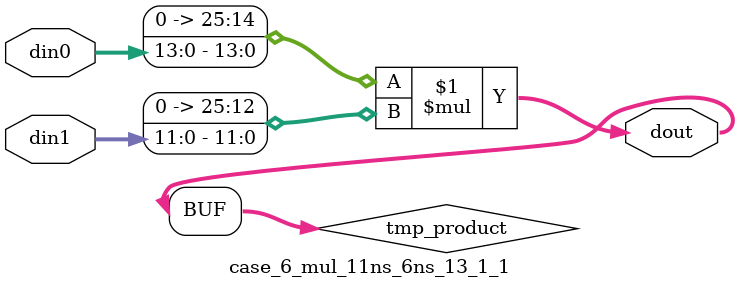
<source format=v>

`timescale 1 ns / 1 ps

 (* use_dsp = "no" *)  module case_6_mul_11ns_6ns_13_1_1(din0, din1, dout);
parameter ID = 1;
parameter NUM_STAGE = 0;
parameter din0_WIDTH = 14;
parameter din1_WIDTH = 12;
parameter dout_WIDTH = 26;

input [din0_WIDTH - 1 : 0] din0; 
input [din1_WIDTH - 1 : 0] din1; 
output [dout_WIDTH - 1 : 0] dout;

wire signed [dout_WIDTH - 1 : 0] tmp_product;
























assign tmp_product = $signed({1'b0, din0}) * $signed({1'b0, din1});











assign dout = tmp_product;





















endmodule

</source>
